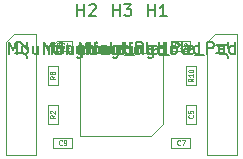
<source format=gbr>
%TF.GenerationSoftware,KiCad,Pcbnew,7.0.2-6a45011f42~172~ubuntu22.04.1*%
%TF.CreationDate,2023-05-29T23:15:52+12:00*%
%TF.ProjectId,THE_BRAWN-20A_LOGIC,5448455f-4252-4415-974e-2d3230415f4c,v2.0*%
%TF.SameCoordinates,Original*%
%TF.FileFunction,AssemblyDrawing,Top*%
%FSLAX46Y46*%
G04 Gerber Fmt 4.6, Leading zero omitted, Abs format (unit mm)*
G04 Created by KiCad (PCBNEW 7.0.2-6a45011f42~172~ubuntu22.04.1) date 2023-05-29 23:15:52*
%MOMM*%
%LPD*%
G01*
G04 APERTURE LIST*
%ADD10C,0.150000*%
%ADD11C,0.060000*%
%ADD12C,0.100000*%
G04 APERTURE END LIST*
D10*
%TO.C,H3*%
X138928571Y-155862619D02*
X138928571Y-154862619D01*
X138928571Y-154862619D02*
X139261904Y-155576904D01*
X139261904Y-155576904D02*
X139595237Y-154862619D01*
X139595237Y-154862619D02*
X139595237Y-155862619D01*
X140214285Y-155862619D02*
X140119047Y-155815000D01*
X140119047Y-155815000D02*
X140071428Y-155767380D01*
X140071428Y-155767380D02*
X140023809Y-155672142D01*
X140023809Y-155672142D02*
X140023809Y-155386428D01*
X140023809Y-155386428D02*
X140071428Y-155291190D01*
X140071428Y-155291190D02*
X140119047Y-155243571D01*
X140119047Y-155243571D02*
X140214285Y-155195952D01*
X140214285Y-155195952D02*
X140357142Y-155195952D01*
X140357142Y-155195952D02*
X140452380Y-155243571D01*
X140452380Y-155243571D02*
X140499999Y-155291190D01*
X140499999Y-155291190D02*
X140547618Y-155386428D01*
X140547618Y-155386428D02*
X140547618Y-155672142D01*
X140547618Y-155672142D02*
X140499999Y-155767380D01*
X140499999Y-155767380D02*
X140452380Y-155815000D01*
X140452380Y-155815000D02*
X140357142Y-155862619D01*
X140357142Y-155862619D02*
X140214285Y-155862619D01*
X141404761Y-155195952D02*
X141404761Y-155862619D01*
X140976190Y-155195952D02*
X140976190Y-155719761D01*
X140976190Y-155719761D02*
X141023809Y-155815000D01*
X141023809Y-155815000D02*
X141119047Y-155862619D01*
X141119047Y-155862619D02*
X141261904Y-155862619D01*
X141261904Y-155862619D02*
X141357142Y-155815000D01*
X141357142Y-155815000D02*
X141404761Y-155767380D01*
X141880952Y-155195952D02*
X141880952Y-155862619D01*
X141880952Y-155291190D02*
X141928571Y-155243571D01*
X141928571Y-155243571D02*
X142023809Y-155195952D01*
X142023809Y-155195952D02*
X142166666Y-155195952D01*
X142166666Y-155195952D02*
X142261904Y-155243571D01*
X142261904Y-155243571D02*
X142309523Y-155338809D01*
X142309523Y-155338809D02*
X142309523Y-155862619D01*
X142642857Y-155195952D02*
X143023809Y-155195952D01*
X142785714Y-154862619D02*
X142785714Y-155719761D01*
X142785714Y-155719761D02*
X142833333Y-155815000D01*
X142833333Y-155815000D02*
X142928571Y-155862619D01*
X142928571Y-155862619D02*
X143023809Y-155862619D01*
X143357143Y-155862619D02*
X143357143Y-155195952D01*
X143357143Y-154862619D02*
X143309524Y-154910238D01*
X143309524Y-154910238D02*
X143357143Y-154957857D01*
X143357143Y-154957857D02*
X143404762Y-154910238D01*
X143404762Y-154910238D02*
X143357143Y-154862619D01*
X143357143Y-154862619D02*
X143357143Y-154957857D01*
X143833333Y-155195952D02*
X143833333Y-155862619D01*
X143833333Y-155291190D02*
X143880952Y-155243571D01*
X143880952Y-155243571D02*
X143976190Y-155195952D01*
X143976190Y-155195952D02*
X144119047Y-155195952D01*
X144119047Y-155195952D02*
X144214285Y-155243571D01*
X144214285Y-155243571D02*
X144261904Y-155338809D01*
X144261904Y-155338809D02*
X144261904Y-155862619D01*
X145166666Y-155195952D02*
X145166666Y-156005476D01*
X145166666Y-156005476D02*
X145119047Y-156100714D01*
X145119047Y-156100714D02*
X145071428Y-156148333D01*
X145071428Y-156148333D02*
X144976190Y-156195952D01*
X144976190Y-156195952D02*
X144833333Y-156195952D01*
X144833333Y-156195952D02*
X144738095Y-156148333D01*
X145166666Y-155815000D02*
X145071428Y-155862619D01*
X145071428Y-155862619D02*
X144880952Y-155862619D01*
X144880952Y-155862619D02*
X144785714Y-155815000D01*
X144785714Y-155815000D02*
X144738095Y-155767380D01*
X144738095Y-155767380D02*
X144690476Y-155672142D01*
X144690476Y-155672142D02*
X144690476Y-155386428D01*
X144690476Y-155386428D02*
X144738095Y-155291190D01*
X144738095Y-155291190D02*
X144785714Y-155243571D01*
X144785714Y-155243571D02*
X144880952Y-155195952D01*
X144880952Y-155195952D02*
X145071428Y-155195952D01*
X145071428Y-155195952D02*
X145166666Y-155243571D01*
X145642857Y-155862619D02*
X145642857Y-154862619D01*
X145642857Y-155338809D02*
X146214285Y-155338809D01*
X146214285Y-155862619D02*
X146214285Y-154862619D01*
X146833333Y-155862619D02*
X146738095Y-155815000D01*
X146738095Y-155815000D02*
X146690476Y-155767380D01*
X146690476Y-155767380D02*
X146642857Y-155672142D01*
X146642857Y-155672142D02*
X146642857Y-155386428D01*
X146642857Y-155386428D02*
X146690476Y-155291190D01*
X146690476Y-155291190D02*
X146738095Y-155243571D01*
X146738095Y-155243571D02*
X146833333Y-155195952D01*
X146833333Y-155195952D02*
X146976190Y-155195952D01*
X146976190Y-155195952D02*
X147071428Y-155243571D01*
X147071428Y-155243571D02*
X147119047Y-155291190D01*
X147119047Y-155291190D02*
X147166666Y-155386428D01*
X147166666Y-155386428D02*
X147166666Y-155672142D01*
X147166666Y-155672142D02*
X147119047Y-155767380D01*
X147119047Y-155767380D02*
X147071428Y-155815000D01*
X147071428Y-155815000D02*
X146976190Y-155862619D01*
X146976190Y-155862619D02*
X146833333Y-155862619D01*
X147738095Y-155862619D02*
X147642857Y-155815000D01*
X147642857Y-155815000D02*
X147595238Y-155719761D01*
X147595238Y-155719761D02*
X147595238Y-154862619D01*
X148500000Y-155815000D02*
X148404762Y-155862619D01*
X148404762Y-155862619D02*
X148214286Y-155862619D01*
X148214286Y-155862619D02*
X148119048Y-155815000D01*
X148119048Y-155815000D02*
X148071429Y-155719761D01*
X148071429Y-155719761D02*
X148071429Y-155338809D01*
X148071429Y-155338809D02*
X148119048Y-155243571D01*
X148119048Y-155243571D02*
X148214286Y-155195952D01*
X148214286Y-155195952D02*
X148404762Y-155195952D01*
X148404762Y-155195952D02*
X148500000Y-155243571D01*
X148500000Y-155243571D02*
X148547619Y-155338809D01*
X148547619Y-155338809D02*
X148547619Y-155434047D01*
X148547619Y-155434047D02*
X148071429Y-155529285D01*
X148738096Y-155957857D02*
X149500000Y-155957857D01*
X149738096Y-155862619D02*
X149738096Y-154862619D01*
X149738096Y-154862619D02*
X150119048Y-154862619D01*
X150119048Y-154862619D02*
X150214286Y-154910238D01*
X150214286Y-154910238D02*
X150261905Y-154957857D01*
X150261905Y-154957857D02*
X150309524Y-155053095D01*
X150309524Y-155053095D02*
X150309524Y-155195952D01*
X150309524Y-155195952D02*
X150261905Y-155291190D01*
X150261905Y-155291190D02*
X150214286Y-155338809D01*
X150214286Y-155338809D02*
X150119048Y-155386428D01*
X150119048Y-155386428D02*
X149738096Y-155386428D01*
X151166667Y-155862619D02*
X151166667Y-155338809D01*
X151166667Y-155338809D02*
X151119048Y-155243571D01*
X151119048Y-155243571D02*
X151023810Y-155195952D01*
X151023810Y-155195952D02*
X150833334Y-155195952D01*
X150833334Y-155195952D02*
X150738096Y-155243571D01*
X151166667Y-155815000D02*
X151071429Y-155862619D01*
X151071429Y-155862619D02*
X150833334Y-155862619D01*
X150833334Y-155862619D02*
X150738096Y-155815000D01*
X150738096Y-155815000D02*
X150690477Y-155719761D01*
X150690477Y-155719761D02*
X150690477Y-155624523D01*
X150690477Y-155624523D02*
X150738096Y-155529285D01*
X150738096Y-155529285D02*
X150833334Y-155481666D01*
X150833334Y-155481666D02*
X151071429Y-155481666D01*
X151071429Y-155481666D02*
X151166667Y-155434047D01*
X152071429Y-155862619D02*
X152071429Y-154862619D01*
X152071429Y-155815000D02*
X151976191Y-155862619D01*
X151976191Y-155862619D02*
X151785715Y-155862619D01*
X151785715Y-155862619D02*
X151690477Y-155815000D01*
X151690477Y-155815000D02*
X151642858Y-155767380D01*
X151642858Y-155767380D02*
X151595239Y-155672142D01*
X151595239Y-155672142D02*
X151595239Y-155386428D01*
X151595239Y-155386428D02*
X151642858Y-155291190D01*
X151642858Y-155291190D02*
X151690477Y-155243571D01*
X151690477Y-155243571D02*
X151785715Y-155195952D01*
X151785715Y-155195952D02*
X151976191Y-155195952D01*
X151976191Y-155195952D02*
X152071429Y-155243571D01*
X144738095Y-152662619D02*
X144738095Y-151662619D01*
X144738095Y-152138809D02*
X145309523Y-152138809D01*
X145309523Y-152662619D02*
X145309523Y-151662619D01*
X145690476Y-151662619D02*
X146309523Y-151662619D01*
X146309523Y-151662619D02*
X145976190Y-152043571D01*
X145976190Y-152043571D02*
X146119047Y-152043571D01*
X146119047Y-152043571D02*
X146214285Y-152091190D01*
X146214285Y-152091190D02*
X146261904Y-152138809D01*
X146261904Y-152138809D02*
X146309523Y-152234047D01*
X146309523Y-152234047D02*
X146309523Y-152472142D01*
X146309523Y-152472142D02*
X146261904Y-152567380D01*
X146261904Y-152567380D02*
X146214285Y-152615000D01*
X146214285Y-152615000D02*
X146119047Y-152662619D01*
X146119047Y-152662619D02*
X145833333Y-152662619D01*
X145833333Y-152662619D02*
X145738095Y-152615000D01*
X145738095Y-152615000D02*
X145690476Y-152567380D01*
%TO.C,H2*%
X135928571Y-155862619D02*
X135928571Y-154862619D01*
X135928571Y-154862619D02*
X136261904Y-155576904D01*
X136261904Y-155576904D02*
X136595237Y-154862619D01*
X136595237Y-154862619D02*
X136595237Y-155862619D01*
X137214285Y-155862619D02*
X137119047Y-155815000D01*
X137119047Y-155815000D02*
X137071428Y-155767380D01*
X137071428Y-155767380D02*
X137023809Y-155672142D01*
X137023809Y-155672142D02*
X137023809Y-155386428D01*
X137023809Y-155386428D02*
X137071428Y-155291190D01*
X137071428Y-155291190D02*
X137119047Y-155243571D01*
X137119047Y-155243571D02*
X137214285Y-155195952D01*
X137214285Y-155195952D02*
X137357142Y-155195952D01*
X137357142Y-155195952D02*
X137452380Y-155243571D01*
X137452380Y-155243571D02*
X137499999Y-155291190D01*
X137499999Y-155291190D02*
X137547618Y-155386428D01*
X137547618Y-155386428D02*
X137547618Y-155672142D01*
X137547618Y-155672142D02*
X137499999Y-155767380D01*
X137499999Y-155767380D02*
X137452380Y-155815000D01*
X137452380Y-155815000D02*
X137357142Y-155862619D01*
X137357142Y-155862619D02*
X137214285Y-155862619D01*
X138404761Y-155195952D02*
X138404761Y-155862619D01*
X137976190Y-155195952D02*
X137976190Y-155719761D01*
X137976190Y-155719761D02*
X138023809Y-155815000D01*
X138023809Y-155815000D02*
X138119047Y-155862619D01*
X138119047Y-155862619D02*
X138261904Y-155862619D01*
X138261904Y-155862619D02*
X138357142Y-155815000D01*
X138357142Y-155815000D02*
X138404761Y-155767380D01*
X138880952Y-155195952D02*
X138880952Y-155862619D01*
X138880952Y-155291190D02*
X138928571Y-155243571D01*
X138928571Y-155243571D02*
X139023809Y-155195952D01*
X139023809Y-155195952D02*
X139166666Y-155195952D01*
X139166666Y-155195952D02*
X139261904Y-155243571D01*
X139261904Y-155243571D02*
X139309523Y-155338809D01*
X139309523Y-155338809D02*
X139309523Y-155862619D01*
X139642857Y-155195952D02*
X140023809Y-155195952D01*
X139785714Y-154862619D02*
X139785714Y-155719761D01*
X139785714Y-155719761D02*
X139833333Y-155815000D01*
X139833333Y-155815000D02*
X139928571Y-155862619D01*
X139928571Y-155862619D02*
X140023809Y-155862619D01*
X140357143Y-155862619D02*
X140357143Y-155195952D01*
X140357143Y-154862619D02*
X140309524Y-154910238D01*
X140309524Y-154910238D02*
X140357143Y-154957857D01*
X140357143Y-154957857D02*
X140404762Y-154910238D01*
X140404762Y-154910238D02*
X140357143Y-154862619D01*
X140357143Y-154862619D02*
X140357143Y-154957857D01*
X140833333Y-155195952D02*
X140833333Y-155862619D01*
X140833333Y-155291190D02*
X140880952Y-155243571D01*
X140880952Y-155243571D02*
X140976190Y-155195952D01*
X140976190Y-155195952D02*
X141119047Y-155195952D01*
X141119047Y-155195952D02*
X141214285Y-155243571D01*
X141214285Y-155243571D02*
X141261904Y-155338809D01*
X141261904Y-155338809D02*
X141261904Y-155862619D01*
X142166666Y-155195952D02*
X142166666Y-156005476D01*
X142166666Y-156005476D02*
X142119047Y-156100714D01*
X142119047Y-156100714D02*
X142071428Y-156148333D01*
X142071428Y-156148333D02*
X141976190Y-156195952D01*
X141976190Y-156195952D02*
X141833333Y-156195952D01*
X141833333Y-156195952D02*
X141738095Y-156148333D01*
X142166666Y-155815000D02*
X142071428Y-155862619D01*
X142071428Y-155862619D02*
X141880952Y-155862619D01*
X141880952Y-155862619D02*
X141785714Y-155815000D01*
X141785714Y-155815000D02*
X141738095Y-155767380D01*
X141738095Y-155767380D02*
X141690476Y-155672142D01*
X141690476Y-155672142D02*
X141690476Y-155386428D01*
X141690476Y-155386428D02*
X141738095Y-155291190D01*
X141738095Y-155291190D02*
X141785714Y-155243571D01*
X141785714Y-155243571D02*
X141880952Y-155195952D01*
X141880952Y-155195952D02*
X142071428Y-155195952D01*
X142071428Y-155195952D02*
X142166666Y-155243571D01*
X142642857Y-155862619D02*
X142642857Y-154862619D01*
X142642857Y-155338809D02*
X143214285Y-155338809D01*
X143214285Y-155862619D02*
X143214285Y-154862619D01*
X143833333Y-155862619D02*
X143738095Y-155815000D01*
X143738095Y-155815000D02*
X143690476Y-155767380D01*
X143690476Y-155767380D02*
X143642857Y-155672142D01*
X143642857Y-155672142D02*
X143642857Y-155386428D01*
X143642857Y-155386428D02*
X143690476Y-155291190D01*
X143690476Y-155291190D02*
X143738095Y-155243571D01*
X143738095Y-155243571D02*
X143833333Y-155195952D01*
X143833333Y-155195952D02*
X143976190Y-155195952D01*
X143976190Y-155195952D02*
X144071428Y-155243571D01*
X144071428Y-155243571D02*
X144119047Y-155291190D01*
X144119047Y-155291190D02*
X144166666Y-155386428D01*
X144166666Y-155386428D02*
X144166666Y-155672142D01*
X144166666Y-155672142D02*
X144119047Y-155767380D01*
X144119047Y-155767380D02*
X144071428Y-155815000D01*
X144071428Y-155815000D02*
X143976190Y-155862619D01*
X143976190Y-155862619D02*
X143833333Y-155862619D01*
X144738095Y-155862619D02*
X144642857Y-155815000D01*
X144642857Y-155815000D02*
X144595238Y-155719761D01*
X144595238Y-155719761D02*
X144595238Y-154862619D01*
X145500000Y-155815000D02*
X145404762Y-155862619D01*
X145404762Y-155862619D02*
X145214286Y-155862619D01*
X145214286Y-155862619D02*
X145119048Y-155815000D01*
X145119048Y-155815000D02*
X145071429Y-155719761D01*
X145071429Y-155719761D02*
X145071429Y-155338809D01*
X145071429Y-155338809D02*
X145119048Y-155243571D01*
X145119048Y-155243571D02*
X145214286Y-155195952D01*
X145214286Y-155195952D02*
X145404762Y-155195952D01*
X145404762Y-155195952D02*
X145500000Y-155243571D01*
X145500000Y-155243571D02*
X145547619Y-155338809D01*
X145547619Y-155338809D02*
X145547619Y-155434047D01*
X145547619Y-155434047D02*
X145071429Y-155529285D01*
X145738096Y-155957857D02*
X146500000Y-155957857D01*
X146738096Y-155862619D02*
X146738096Y-154862619D01*
X146738096Y-154862619D02*
X147119048Y-154862619D01*
X147119048Y-154862619D02*
X147214286Y-154910238D01*
X147214286Y-154910238D02*
X147261905Y-154957857D01*
X147261905Y-154957857D02*
X147309524Y-155053095D01*
X147309524Y-155053095D02*
X147309524Y-155195952D01*
X147309524Y-155195952D02*
X147261905Y-155291190D01*
X147261905Y-155291190D02*
X147214286Y-155338809D01*
X147214286Y-155338809D02*
X147119048Y-155386428D01*
X147119048Y-155386428D02*
X146738096Y-155386428D01*
X148166667Y-155862619D02*
X148166667Y-155338809D01*
X148166667Y-155338809D02*
X148119048Y-155243571D01*
X148119048Y-155243571D02*
X148023810Y-155195952D01*
X148023810Y-155195952D02*
X147833334Y-155195952D01*
X147833334Y-155195952D02*
X147738096Y-155243571D01*
X148166667Y-155815000D02*
X148071429Y-155862619D01*
X148071429Y-155862619D02*
X147833334Y-155862619D01*
X147833334Y-155862619D02*
X147738096Y-155815000D01*
X147738096Y-155815000D02*
X147690477Y-155719761D01*
X147690477Y-155719761D02*
X147690477Y-155624523D01*
X147690477Y-155624523D02*
X147738096Y-155529285D01*
X147738096Y-155529285D02*
X147833334Y-155481666D01*
X147833334Y-155481666D02*
X148071429Y-155481666D01*
X148071429Y-155481666D02*
X148166667Y-155434047D01*
X149071429Y-155862619D02*
X149071429Y-154862619D01*
X149071429Y-155815000D02*
X148976191Y-155862619D01*
X148976191Y-155862619D02*
X148785715Y-155862619D01*
X148785715Y-155862619D02*
X148690477Y-155815000D01*
X148690477Y-155815000D02*
X148642858Y-155767380D01*
X148642858Y-155767380D02*
X148595239Y-155672142D01*
X148595239Y-155672142D02*
X148595239Y-155386428D01*
X148595239Y-155386428D02*
X148642858Y-155291190D01*
X148642858Y-155291190D02*
X148690477Y-155243571D01*
X148690477Y-155243571D02*
X148785715Y-155195952D01*
X148785715Y-155195952D02*
X148976191Y-155195952D01*
X148976191Y-155195952D02*
X149071429Y-155243571D01*
X141738095Y-152662619D02*
X141738095Y-151662619D01*
X141738095Y-152138809D02*
X142309523Y-152138809D01*
X142309523Y-152662619D02*
X142309523Y-151662619D01*
X142738095Y-151757857D02*
X142785714Y-151710238D01*
X142785714Y-151710238D02*
X142880952Y-151662619D01*
X142880952Y-151662619D02*
X143119047Y-151662619D01*
X143119047Y-151662619D02*
X143214285Y-151710238D01*
X143214285Y-151710238D02*
X143261904Y-151757857D01*
X143261904Y-151757857D02*
X143309523Y-151853095D01*
X143309523Y-151853095D02*
X143309523Y-151948333D01*
X143309523Y-151948333D02*
X143261904Y-152091190D01*
X143261904Y-152091190D02*
X142690476Y-152662619D01*
X142690476Y-152662619D02*
X143309523Y-152662619D01*
D11*
%TO.C,R2*%
X139835047Y-161066666D02*
X139644571Y-161199999D01*
X139835047Y-161295237D02*
X139435047Y-161295237D01*
X139435047Y-161295237D02*
X139435047Y-161142856D01*
X139435047Y-161142856D02*
X139454095Y-161104761D01*
X139454095Y-161104761D02*
X139473142Y-161085714D01*
X139473142Y-161085714D02*
X139511238Y-161066666D01*
X139511238Y-161066666D02*
X139568380Y-161066666D01*
X139568380Y-161066666D02*
X139606476Y-161085714D01*
X139606476Y-161085714D02*
X139625523Y-161104761D01*
X139625523Y-161104761D02*
X139644571Y-161142856D01*
X139644571Y-161142856D02*
X139644571Y-161295237D01*
X139473142Y-160914285D02*
X139454095Y-160895237D01*
X139454095Y-160895237D02*
X139435047Y-160857142D01*
X139435047Y-160857142D02*
X139435047Y-160761904D01*
X139435047Y-160761904D02*
X139454095Y-160723809D01*
X139454095Y-160723809D02*
X139473142Y-160704761D01*
X139473142Y-160704761D02*
X139511238Y-160685714D01*
X139511238Y-160685714D02*
X139549333Y-160685714D01*
X139549333Y-160685714D02*
X139606476Y-160704761D01*
X139606476Y-160704761D02*
X139835047Y-160933333D01*
X139835047Y-160933333D02*
X139835047Y-160685714D01*
D10*
%TO.C,J2*%
X136462619Y-155833333D02*
X137176904Y-155833333D01*
X137176904Y-155833333D02*
X137319761Y-155880952D01*
X137319761Y-155880952D02*
X137415000Y-155976190D01*
X137415000Y-155976190D02*
X137462619Y-156119047D01*
X137462619Y-156119047D02*
X137462619Y-156214285D01*
X136557857Y-155404761D02*
X136510238Y-155357142D01*
X136510238Y-155357142D02*
X136462619Y-155261904D01*
X136462619Y-155261904D02*
X136462619Y-155023809D01*
X136462619Y-155023809D02*
X136510238Y-154928571D01*
X136510238Y-154928571D02*
X136557857Y-154880952D01*
X136557857Y-154880952D02*
X136653095Y-154833333D01*
X136653095Y-154833333D02*
X136748333Y-154833333D01*
X136748333Y-154833333D02*
X136891190Y-154880952D01*
X136891190Y-154880952D02*
X137462619Y-155452380D01*
X137462619Y-155452380D02*
X137462619Y-154833333D01*
D11*
%TO.C,R10*%
X151535047Y-157957142D02*
X151344571Y-158090475D01*
X151535047Y-158185713D02*
X151135047Y-158185713D01*
X151135047Y-158185713D02*
X151135047Y-158033332D01*
X151135047Y-158033332D02*
X151154095Y-157995237D01*
X151154095Y-157995237D02*
X151173142Y-157976190D01*
X151173142Y-157976190D02*
X151211238Y-157957142D01*
X151211238Y-157957142D02*
X151268380Y-157957142D01*
X151268380Y-157957142D02*
X151306476Y-157976190D01*
X151306476Y-157976190D02*
X151325523Y-157995237D01*
X151325523Y-157995237D02*
X151344571Y-158033332D01*
X151344571Y-158033332D02*
X151344571Y-158185713D01*
X151535047Y-157576190D02*
X151535047Y-157804761D01*
X151535047Y-157690475D02*
X151135047Y-157690475D01*
X151135047Y-157690475D02*
X151192190Y-157728571D01*
X151192190Y-157728571D02*
X151230285Y-157766666D01*
X151230285Y-157766666D02*
X151249333Y-157804761D01*
X151135047Y-157328571D02*
X151135047Y-157290476D01*
X151135047Y-157290476D02*
X151154095Y-157252380D01*
X151154095Y-157252380D02*
X151173142Y-157233333D01*
X151173142Y-157233333D02*
X151211238Y-157214285D01*
X151211238Y-157214285D02*
X151287428Y-157195238D01*
X151287428Y-157195238D02*
X151382666Y-157195238D01*
X151382666Y-157195238D02*
X151458857Y-157214285D01*
X151458857Y-157214285D02*
X151496952Y-157233333D01*
X151496952Y-157233333D02*
X151516000Y-157252380D01*
X151516000Y-157252380D02*
X151535047Y-157290476D01*
X151535047Y-157290476D02*
X151535047Y-157328571D01*
X151535047Y-157328571D02*
X151516000Y-157366666D01*
X151516000Y-157366666D02*
X151496952Y-157385714D01*
X151496952Y-157385714D02*
X151458857Y-157404761D01*
X151458857Y-157404761D02*
X151382666Y-157423809D01*
X151382666Y-157423809D02*
X151287428Y-157423809D01*
X151287428Y-157423809D02*
X151211238Y-157404761D01*
X151211238Y-157404761D02*
X151173142Y-157385714D01*
X151173142Y-157385714D02*
X151154095Y-157366666D01*
X151154095Y-157366666D02*
X151135047Y-157328571D01*
%TO.C,R8*%
X139835047Y-157766666D02*
X139644571Y-157899999D01*
X139835047Y-157995237D02*
X139435047Y-157995237D01*
X139435047Y-157995237D02*
X139435047Y-157842856D01*
X139435047Y-157842856D02*
X139454095Y-157804761D01*
X139454095Y-157804761D02*
X139473142Y-157785714D01*
X139473142Y-157785714D02*
X139511238Y-157766666D01*
X139511238Y-157766666D02*
X139568380Y-157766666D01*
X139568380Y-157766666D02*
X139606476Y-157785714D01*
X139606476Y-157785714D02*
X139625523Y-157804761D01*
X139625523Y-157804761D02*
X139644571Y-157842856D01*
X139644571Y-157842856D02*
X139644571Y-157995237D01*
X139606476Y-157538095D02*
X139587428Y-157576190D01*
X139587428Y-157576190D02*
X139568380Y-157595237D01*
X139568380Y-157595237D02*
X139530285Y-157614285D01*
X139530285Y-157614285D02*
X139511238Y-157614285D01*
X139511238Y-157614285D02*
X139473142Y-157595237D01*
X139473142Y-157595237D02*
X139454095Y-157576190D01*
X139454095Y-157576190D02*
X139435047Y-157538095D01*
X139435047Y-157538095D02*
X139435047Y-157461904D01*
X139435047Y-157461904D02*
X139454095Y-157423809D01*
X139454095Y-157423809D02*
X139473142Y-157404761D01*
X139473142Y-157404761D02*
X139511238Y-157385714D01*
X139511238Y-157385714D02*
X139530285Y-157385714D01*
X139530285Y-157385714D02*
X139568380Y-157404761D01*
X139568380Y-157404761D02*
X139587428Y-157423809D01*
X139587428Y-157423809D02*
X139606476Y-157461904D01*
X139606476Y-157461904D02*
X139606476Y-157538095D01*
X139606476Y-157538095D02*
X139625523Y-157576190D01*
X139625523Y-157576190D02*
X139644571Y-157595237D01*
X139644571Y-157595237D02*
X139682666Y-157614285D01*
X139682666Y-157614285D02*
X139758857Y-157614285D01*
X139758857Y-157614285D02*
X139796952Y-157595237D01*
X139796952Y-157595237D02*
X139816000Y-157576190D01*
X139816000Y-157576190D02*
X139835047Y-157538095D01*
X139835047Y-157538095D02*
X139835047Y-157461904D01*
X139835047Y-157461904D02*
X139816000Y-157423809D01*
X139816000Y-157423809D02*
X139796952Y-157404761D01*
X139796952Y-157404761D02*
X139758857Y-157385714D01*
X139758857Y-157385714D02*
X139682666Y-157385714D01*
X139682666Y-157385714D02*
X139644571Y-157404761D01*
X139644571Y-157404761D02*
X139625523Y-157423809D01*
X139625523Y-157423809D02*
X139606476Y-157461904D01*
%TO.C,C5*%
X151496952Y-161066666D02*
X151516000Y-161085714D01*
X151516000Y-161085714D02*
X151535047Y-161142856D01*
X151535047Y-161142856D02*
X151535047Y-161180952D01*
X151535047Y-161180952D02*
X151516000Y-161238095D01*
X151516000Y-161238095D02*
X151477904Y-161276190D01*
X151477904Y-161276190D02*
X151439809Y-161295237D01*
X151439809Y-161295237D02*
X151363619Y-161314285D01*
X151363619Y-161314285D02*
X151306476Y-161314285D01*
X151306476Y-161314285D02*
X151230285Y-161295237D01*
X151230285Y-161295237D02*
X151192190Y-161276190D01*
X151192190Y-161276190D02*
X151154095Y-161238095D01*
X151154095Y-161238095D02*
X151135047Y-161180952D01*
X151135047Y-161180952D02*
X151135047Y-161142856D01*
X151135047Y-161142856D02*
X151154095Y-161085714D01*
X151154095Y-161085714D02*
X151173142Y-161066666D01*
X151135047Y-160704761D02*
X151135047Y-160895237D01*
X151135047Y-160895237D02*
X151325523Y-160914285D01*
X151325523Y-160914285D02*
X151306476Y-160895237D01*
X151306476Y-160895237D02*
X151287428Y-160857142D01*
X151287428Y-160857142D02*
X151287428Y-160761904D01*
X151287428Y-160761904D02*
X151306476Y-160723809D01*
X151306476Y-160723809D02*
X151325523Y-160704761D01*
X151325523Y-160704761D02*
X151363619Y-160685714D01*
X151363619Y-160685714D02*
X151458857Y-160685714D01*
X151458857Y-160685714D02*
X151496952Y-160704761D01*
X151496952Y-160704761D02*
X151516000Y-160723809D01*
X151516000Y-160723809D02*
X151535047Y-160761904D01*
X151535047Y-160761904D02*
X151535047Y-160857142D01*
X151535047Y-160857142D02*
X151516000Y-160895237D01*
X151516000Y-160895237D02*
X151496952Y-160914285D01*
%TO.C,C9*%
X140433333Y-163546952D02*
X140414285Y-163566000D01*
X140414285Y-163566000D02*
X140357143Y-163585047D01*
X140357143Y-163585047D02*
X140319047Y-163585047D01*
X140319047Y-163585047D02*
X140261904Y-163566000D01*
X140261904Y-163566000D02*
X140223809Y-163527904D01*
X140223809Y-163527904D02*
X140204762Y-163489809D01*
X140204762Y-163489809D02*
X140185714Y-163413619D01*
X140185714Y-163413619D02*
X140185714Y-163356476D01*
X140185714Y-163356476D02*
X140204762Y-163280285D01*
X140204762Y-163280285D02*
X140223809Y-163242190D01*
X140223809Y-163242190D02*
X140261904Y-163204095D01*
X140261904Y-163204095D02*
X140319047Y-163185047D01*
X140319047Y-163185047D02*
X140357143Y-163185047D01*
X140357143Y-163185047D02*
X140414285Y-163204095D01*
X140414285Y-163204095D02*
X140433333Y-163223142D01*
X140623809Y-163585047D02*
X140700000Y-163585047D01*
X140700000Y-163585047D02*
X140738095Y-163566000D01*
X140738095Y-163566000D02*
X140757143Y-163546952D01*
X140757143Y-163546952D02*
X140795238Y-163489809D01*
X140795238Y-163489809D02*
X140814285Y-163413619D01*
X140814285Y-163413619D02*
X140814285Y-163261238D01*
X140814285Y-163261238D02*
X140795238Y-163223142D01*
X140795238Y-163223142D02*
X140776190Y-163204095D01*
X140776190Y-163204095D02*
X140738095Y-163185047D01*
X140738095Y-163185047D02*
X140661904Y-163185047D01*
X140661904Y-163185047D02*
X140623809Y-163204095D01*
X140623809Y-163204095D02*
X140604762Y-163223142D01*
X140604762Y-163223142D02*
X140585714Y-163261238D01*
X140585714Y-163261238D02*
X140585714Y-163356476D01*
X140585714Y-163356476D02*
X140604762Y-163394571D01*
X140604762Y-163394571D02*
X140623809Y-163413619D01*
X140623809Y-163413619D02*
X140661904Y-163432666D01*
X140661904Y-163432666D02*
X140738095Y-163432666D01*
X140738095Y-163432666D02*
X140776190Y-163413619D01*
X140776190Y-163413619D02*
X140795238Y-163394571D01*
X140795238Y-163394571D02*
X140814285Y-163356476D01*
D10*
%TO.C,H1*%
X141928571Y-155862619D02*
X141928571Y-154862619D01*
X141928571Y-154862619D02*
X142261904Y-155576904D01*
X142261904Y-155576904D02*
X142595237Y-154862619D01*
X142595237Y-154862619D02*
X142595237Y-155862619D01*
X143214285Y-155862619D02*
X143119047Y-155815000D01*
X143119047Y-155815000D02*
X143071428Y-155767380D01*
X143071428Y-155767380D02*
X143023809Y-155672142D01*
X143023809Y-155672142D02*
X143023809Y-155386428D01*
X143023809Y-155386428D02*
X143071428Y-155291190D01*
X143071428Y-155291190D02*
X143119047Y-155243571D01*
X143119047Y-155243571D02*
X143214285Y-155195952D01*
X143214285Y-155195952D02*
X143357142Y-155195952D01*
X143357142Y-155195952D02*
X143452380Y-155243571D01*
X143452380Y-155243571D02*
X143499999Y-155291190D01*
X143499999Y-155291190D02*
X143547618Y-155386428D01*
X143547618Y-155386428D02*
X143547618Y-155672142D01*
X143547618Y-155672142D02*
X143499999Y-155767380D01*
X143499999Y-155767380D02*
X143452380Y-155815000D01*
X143452380Y-155815000D02*
X143357142Y-155862619D01*
X143357142Y-155862619D02*
X143214285Y-155862619D01*
X144404761Y-155195952D02*
X144404761Y-155862619D01*
X143976190Y-155195952D02*
X143976190Y-155719761D01*
X143976190Y-155719761D02*
X144023809Y-155815000D01*
X144023809Y-155815000D02*
X144119047Y-155862619D01*
X144119047Y-155862619D02*
X144261904Y-155862619D01*
X144261904Y-155862619D02*
X144357142Y-155815000D01*
X144357142Y-155815000D02*
X144404761Y-155767380D01*
X144880952Y-155195952D02*
X144880952Y-155862619D01*
X144880952Y-155291190D02*
X144928571Y-155243571D01*
X144928571Y-155243571D02*
X145023809Y-155195952D01*
X145023809Y-155195952D02*
X145166666Y-155195952D01*
X145166666Y-155195952D02*
X145261904Y-155243571D01*
X145261904Y-155243571D02*
X145309523Y-155338809D01*
X145309523Y-155338809D02*
X145309523Y-155862619D01*
X145642857Y-155195952D02*
X146023809Y-155195952D01*
X145785714Y-154862619D02*
X145785714Y-155719761D01*
X145785714Y-155719761D02*
X145833333Y-155815000D01*
X145833333Y-155815000D02*
X145928571Y-155862619D01*
X145928571Y-155862619D02*
X146023809Y-155862619D01*
X146357143Y-155862619D02*
X146357143Y-155195952D01*
X146357143Y-154862619D02*
X146309524Y-154910238D01*
X146309524Y-154910238D02*
X146357143Y-154957857D01*
X146357143Y-154957857D02*
X146404762Y-154910238D01*
X146404762Y-154910238D02*
X146357143Y-154862619D01*
X146357143Y-154862619D02*
X146357143Y-154957857D01*
X146833333Y-155195952D02*
X146833333Y-155862619D01*
X146833333Y-155291190D02*
X146880952Y-155243571D01*
X146880952Y-155243571D02*
X146976190Y-155195952D01*
X146976190Y-155195952D02*
X147119047Y-155195952D01*
X147119047Y-155195952D02*
X147214285Y-155243571D01*
X147214285Y-155243571D02*
X147261904Y-155338809D01*
X147261904Y-155338809D02*
X147261904Y-155862619D01*
X148166666Y-155195952D02*
X148166666Y-156005476D01*
X148166666Y-156005476D02*
X148119047Y-156100714D01*
X148119047Y-156100714D02*
X148071428Y-156148333D01*
X148071428Y-156148333D02*
X147976190Y-156195952D01*
X147976190Y-156195952D02*
X147833333Y-156195952D01*
X147833333Y-156195952D02*
X147738095Y-156148333D01*
X148166666Y-155815000D02*
X148071428Y-155862619D01*
X148071428Y-155862619D02*
X147880952Y-155862619D01*
X147880952Y-155862619D02*
X147785714Y-155815000D01*
X147785714Y-155815000D02*
X147738095Y-155767380D01*
X147738095Y-155767380D02*
X147690476Y-155672142D01*
X147690476Y-155672142D02*
X147690476Y-155386428D01*
X147690476Y-155386428D02*
X147738095Y-155291190D01*
X147738095Y-155291190D02*
X147785714Y-155243571D01*
X147785714Y-155243571D02*
X147880952Y-155195952D01*
X147880952Y-155195952D02*
X148071428Y-155195952D01*
X148071428Y-155195952D02*
X148166666Y-155243571D01*
X148642857Y-155862619D02*
X148642857Y-154862619D01*
X148642857Y-155338809D02*
X149214285Y-155338809D01*
X149214285Y-155862619D02*
X149214285Y-154862619D01*
X149833333Y-155862619D02*
X149738095Y-155815000D01*
X149738095Y-155815000D02*
X149690476Y-155767380D01*
X149690476Y-155767380D02*
X149642857Y-155672142D01*
X149642857Y-155672142D02*
X149642857Y-155386428D01*
X149642857Y-155386428D02*
X149690476Y-155291190D01*
X149690476Y-155291190D02*
X149738095Y-155243571D01*
X149738095Y-155243571D02*
X149833333Y-155195952D01*
X149833333Y-155195952D02*
X149976190Y-155195952D01*
X149976190Y-155195952D02*
X150071428Y-155243571D01*
X150071428Y-155243571D02*
X150119047Y-155291190D01*
X150119047Y-155291190D02*
X150166666Y-155386428D01*
X150166666Y-155386428D02*
X150166666Y-155672142D01*
X150166666Y-155672142D02*
X150119047Y-155767380D01*
X150119047Y-155767380D02*
X150071428Y-155815000D01*
X150071428Y-155815000D02*
X149976190Y-155862619D01*
X149976190Y-155862619D02*
X149833333Y-155862619D01*
X150738095Y-155862619D02*
X150642857Y-155815000D01*
X150642857Y-155815000D02*
X150595238Y-155719761D01*
X150595238Y-155719761D02*
X150595238Y-154862619D01*
X151500000Y-155815000D02*
X151404762Y-155862619D01*
X151404762Y-155862619D02*
X151214286Y-155862619D01*
X151214286Y-155862619D02*
X151119048Y-155815000D01*
X151119048Y-155815000D02*
X151071429Y-155719761D01*
X151071429Y-155719761D02*
X151071429Y-155338809D01*
X151071429Y-155338809D02*
X151119048Y-155243571D01*
X151119048Y-155243571D02*
X151214286Y-155195952D01*
X151214286Y-155195952D02*
X151404762Y-155195952D01*
X151404762Y-155195952D02*
X151500000Y-155243571D01*
X151500000Y-155243571D02*
X151547619Y-155338809D01*
X151547619Y-155338809D02*
X151547619Y-155434047D01*
X151547619Y-155434047D02*
X151071429Y-155529285D01*
X151738096Y-155957857D02*
X152500000Y-155957857D01*
X152738096Y-155862619D02*
X152738096Y-154862619D01*
X152738096Y-154862619D02*
X153119048Y-154862619D01*
X153119048Y-154862619D02*
X153214286Y-154910238D01*
X153214286Y-154910238D02*
X153261905Y-154957857D01*
X153261905Y-154957857D02*
X153309524Y-155053095D01*
X153309524Y-155053095D02*
X153309524Y-155195952D01*
X153309524Y-155195952D02*
X153261905Y-155291190D01*
X153261905Y-155291190D02*
X153214286Y-155338809D01*
X153214286Y-155338809D02*
X153119048Y-155386428D01*
X153119048Y-155386428D02*
X152738096Y-155386428D01*
X154166667Y-155862619D02*
X154166667Y-155338809D01*
X154166667Y-155338809D02*
X154119048Y-155243571D01*
X154119048Y-155243571D02*
X154023810Y-155195952D01*
X154023810Y-155195952D02*
X153833334Y-155195952D01*
X153833334Y-155195952D02*
X153738096Y-155243571D01*
X154166667Y-155815000D02*
X154071429Y-155862619D01*
X154071429Y-155862619D02*
X153833334Y-155862619D01*
X153833334Y-155862619D02*
X153738096Y-155815000D01*
X153738096Y-155815000D02*
X153690477Y-155719761D01*
X153690477Y-155719761D02*
X153690477Y-155624523D01*
X153690477Y-155624523D02*
X153738096Y-155529285D01*
X153738096Y-155529285D02*
X153833334Y-155481666D01*
X153833334Y-155481666D02*
X154071429Y-155481666D01*
X154071429Y-155481666D02*
X154166667Y-155434047D01*
X155071429Y-155862619D02*
X155071429Y-154862619D01*
X155071429Y-155815000D02*
X154976191Y-155862619D01*
X154976191Y-155862619D02*
X154785715Y-155862619D01*
X154785715Y-155862619D02*
X154690477Y-155815000D01*
X154690477Y-155815000D02*
X154642858Y-155767380D01*
X154642858Y-155767380D02*
X154595239Y-155672142D01*
X154595239Y-155672142D02*
X154595239Y-155386428D01*
X154595239Y-155386428D02*
X154642858Y-155291190D01*
X154642858Y-155291190D02*
X154690477Y-155243571D01*
X154690477Y-155243571D02*
X154785715Y-155195952D01*
X154785715Y-155195952D02*
X154976191Y-155195952D01*
X154976191Y-155195952D02*
X155071429Y-155243571D01*
X147738095Y-152662619D02*
X147738095Y-151662619D01*
X147738095Y-152138809D02*
X148309523Y-152138809D01*
X148309523Y-152662619D02*
X148309523Y-151662619D01*
X149309523Y-152662619D02*
X148738095Y-152662619D01*
X149023809Y-152662619D02*
X149023809Y-151662619D01*
X149023809Y-151662619D02*
X148928571Y-151805476D01*
X148928571Y-151805476D02*
X148833333Y-151900714D01*
X148833333Y-151900714D02*
X148738095Y-151948333D01*
D11*
%TO.C,C7*%
X150433333Y-163546952D02*
X150414285Y-163566000D01*
X150414285Y-163566000D02*
X150357143Y-163585047D01*
X150357143Y-163585047D02*
X150319047Y-163585047D01*
X150319047Y-163585047D02*
X150261904Y-163566000D01*
X150261904Y-163566000D02*
X150223809Y-163527904D01*
X150223809Y-163527904D02*
X150204762Y-163489809D01*
X150204762Y-163489809D02*
X150185714Y-163413619D01*
X150185714Y-163413619D02*
X150185714Y-163356476D01*
X150185714Y-163356476D02*
X150204762Y-163280285D01*
X150204762Y-163280285D02*
X150223809Y-163242190D01*
X150223809Y-163242190D02*
X150261904Y-163204095D01*
X150261904Y-163204095D02*
X150319047Y-163185047D01*
X150319047Y-163185047D02*
X150357143Y-163185047D01*
X150357143Y-163185047D02*
X150414285Y-163204095D01*
X150414285Y-163204095D02*
X150433333Y-163223142D01*
X150566666Y-163185047D02*
X150833333Y-163185047D01*
X150833333Y-163185047D02*
X150661904Y-163585047D01*
%TO.C,DS2*%
X150014286Y-155385047D02*
X150014286Y-154985047D01*
X150014286Y-154985047D02*
X150109524Y-154985047D01*
X150109524Y-154985047D02*
X150166667Y-155004095D01*
X150166667Y-155004095D02*
X150204762Y-155042190D01*
X150204762Y-155042190D02*
X150223809Y-155080285D01*
X150223809Y-155080285D02*
X150242857Y-155156476D01*
X150242857Y-155156476D02*
X150242857Y-155213619D01*
X150242857Y-155213619D02*
X150223809Y-155289809D01*
X150223809Y-155289809D02*
X150204762Y-155327904D01*
X150204762Y-155327904D02*
X150166667Y-155366000D01*
X150166667Y-155366000D02*
X150109524Y-155385047D01*
X150109524Y-155385047D02*
X150014286Y-155385047D01*
X150395238Y-155366000D02*
X150452381Y-155385047D01*
X150452381Y-155385047D02*
X150547619Y-155385047D01*
X150547619Y-155385047D02*
X150585714Y-155366000D01*
X150585714Y-155366000D02*
X150604762Y-155346952D01*
X150604762Y-155346952D02*
X150623809Y-155308857D01*
X150623809Y-155308857D02*
X150623809Y-155270761D01*
X150623809Y-155270761D02*
X150604762Y-155232666D01*
X150604762Y-155232666D02*
X150585714Y-155213619D01*
X150585714Y-155213619D02*
X150547619Y-155194571D01*
X150547619Y-155194571D02*
X150471428Y-155175523D01*
X150471428Y-155175523D02*
X150433333Y-155156476D01*
X150433333Y-155156476D02*
X150414286Y-155137428D01*
X150414286Y-155137428D02*
X150395238Y-155099333D01*
X150395238Y-155099333D02*
X150395238Y-155061238D01*
X150395238Y-155061238D02*
X150414286Y-155023142D01*
X150414286Y-155023142D02*
X150433333Y-155004095D01*
X150433333Y-155004095D02*
X150471428Y-154985047D01*
X150471428Y-154985047D02*
X150566667Y-154985047D01*
X150566667Y-154985047D02*
X150623809Y-155004095D01*
X150776190Y-155023142D02*
X150795238Y-155004095D01*
X150795238Y-155004095D02*
X150833333Y-154985047D01*
X150833333Y-154985047D02*
X150928571Y-154985047D01*
X150928571Y-154985047D02*
X150966666Y-155004095D01*
X150966666Y-155004095D02*
X150985714Y-155023142D01*
X150985714Y-155023142D02*
X151004761Y-155061238D01*
X151004761Y-155061238D02*
X151004761Y-155099333D01*
X151004761Y-155099333D02*
X150985714Y-155156476D01*
X150985714Y-155156476D02*
X150757142Y-155385047D01*
X150757142Y-155385047D02*
X151004761Y-155385047D01*
D10*
%TO.C,J1*%
X153462619Y-155833333D02*
X154176904Y-155833333D01*
X154176904Y-155833333D02*
X154319761Y-155880952D01*
X154319761Y-155880952D02*
X154415000Y-155976190D01*
X154415000Y-155976190D02*
X154462619Y-156119047D01*
X154462619Y-156119047D02*
X154462619Y-156214285D01*
X154462619Y-154833333D02*
X154462619Y-155404761D01*
X154462619Y-155119047D02*
X153462619Y-155119047D01*
X153462619Y-155119047D02*
X153605476Y-155214285D01*
X153605476Y-155214285D02*
X153700714Y-155309523D01*
X153700714Y-155309523D02*
X153748333Y-155404761D01*
D11*
%TO.C,DS1*%
X140014286Y-155385047D02*
X140014286Y-154985047D01*
X140014286Y-154985047D02*
X140109524Y-154985047D01*
X140109524Y-154985047D02*
X140166667Y-155004095D01*
X140166667Y-155004095D02*
X140204762Y-155042190D01*
X140204762Y-155042190D02*
X140223809Y-155080285D01*
X140223809Y-155080285D02*
X140242857Y-155156476D01*
X140242857Y-155156476D02*
X140242857Y-155213619D01*
X140242857Y-155213619D02*
X140223809Y-155289809D01*
X140223809Y-155289809D02*
X140204762Y-155327904D01*
X140204762Y-155327904D02*
X140166667Y-155366000D01*
X140166667Y-155366000D02*
X140109524Y-155385047D01*
X140109524Y-155385047D02*
X140014286Y-155385047D01*
X140395238Y-155366000D02*
X140452381Y-155385047D01*
X140452381Y-155385047D02*
X140547619Y-155385047D01*
X140547619Y-155385047D02*
X140585714Y-155366000D01*
X140585714Y-155366000D02*
X140604762Y-155346952D01*
X140604762Y-155346952D02*
X140623809Y-155308857D01*
X140623809Y-155308857D02*
X140623809Y-155270761D01*
X140623809Y-155270761D02*
X140604762Y-155232666D01*
X140604762Y-155232666D02*
X140585714Y-155213619D01*
X140585714Y-155213619D02*
X140547619Y-155194571D01*
X140547619Y-155194571D02*
X140471428Y-155175523D01*
X140471428Y-155175523D02*
X140433333Y-155156476D01*
X140433333Y-155156476D02*
X140414286Y-155137428D01*
X140414286Y-155137428D02*
X140395238Y-155099333D01*
X140395238Y-155099333D02*
X140395238Y-155061238D01*
X140395238Y-155061238D02*
X140414286Y-155023142D01*
X140414286Y-155023142D02*
X140433333Y-155004095D01*
X140433333Y-155004095D02*
X140471428Y-154985047D01*
X140471428Y-154985047D02*
X140566667Y-154985047D01*
X140566667Y-154985047D02*
X140623809Y-155004095D01*
X141004761Y-155385047D02*
X140776190Y-155385047D01*
X140890476Y-155385047D02*
X140890476Y-154985047D01*
X140890476Y-154985047D02*
X140852380Y-155042190D01*
X140852380Y-155042190D02*
X140814285Y-155080285D01*
X140814285Y-155080285D02*
X140776190Y-155099333D01*
D12*
%TO.C,R2*%
X139237500Y-161800000D02*
X139237500Y-160200000D01*
X140062500Y-161800000D02*
X139237500Y-161800000D01*
X139237500Y-160200000D02*
X140062500Y-160200000D01*
X140062500Y-160200000D02*
X140062500Y-161800000D01*
%TO.C,J2*%
X135730000Y-154865000D02*
X136365000Y-154230000D01*
X135730000Y-164400000D02*
X135730000Y-154865000D01*
X136365000Y-154230000D02*
X138270000Y-154230000D01*
X138270000Y-154230000D02*
X138270000Y-164400000D01*
X138270000Y-164400000D02*
X135730000Y-164400000D01*
%TO.C,R10*%
X151762500Y-156900000D02*
X151762500Y-158500000D01*
X150937500Y-156900000D02*
X151762500Y-156900000D01*
X151762500Y-158500000D02*
X150937500Y-158500000D01*
X150937500Y-158500000D02*
X150937500Y-156900000D01*
%TO.C,R8*%
X140062500Y-156900000D02*
X140062500Y-158500000D01*
X139237500Y-156900000D02*
X140062500Y-156900000D01*
X140062500Y-158500000D02*
X139237500Y-158500000D01*
X139237500Y-158500000D02*
X139237500Y-156900000D01*
%TO.C,C5*%
X151750000Y-160200000D02*
X151750000Y-161800000D01*
X150950000Y-160200000D02*
X151750000Y-160200000D01*
X151750000Y-161800000D02*
X150950000Y-161800000D01*
X150950000Y-161800000D02*
X150950000Y-160200000D01*
%TO.C,C9*%
X141300000Y-163800000D02*
X139700000Y-163800000D01*
X141300000Y-163000000D02*
X141300000Y-163800000D01*
X139700000Y-163800000D02*
X139700000Y-163000000D01*
X139700000Y-163000000D02*
X141300000Y-163000000D01*
%TO.C,U1*%
X149000000Y-161800000D02*
X149000000Y-155800000D01*
X149000000Y-155800000D02*
X142000000Y-155800000D01*
X148000000Y-162800000D02*
X149000000Y-161800000D01*
X142000000Y-162800000D02*
X148000000Y-162800000D01*
X142000000Y-155800000D02*
X142000000Y-162800000D01*
%TO.C,C7*%
X149700000Y-163000000D02*
X151300000Y-163000000D01*
X149700000Y-163800000D02*
X149700000Y-163000000D01*
X151300000Y-163000000D02*
X151300000Y-163800000D01*
X151300000Y-163800000D02*
X149700000Y-163800000D01*
%TO.C,DS2*%
X151300000Y-155300000D02*
X151300000Y-154800000D01*
X151300000Y-154800000D02*
X149700000Y-154800000D01*
X151000000Y-155600000D02*
X151300000Y-155300000D01*
X149700000Y-155600000D02*
X151000000Y-155600000D01*
X149700000Y-154800000D02*
X149700000Y-155600000D01*
%TO.C,J1*%
X152730000Y-154865000D02*
X153365000Y-154230000D01*
X152730000Y-164400000D02*
X152730000Y-154865000D01*
X153365000Y-154230000D02*
X155270000Y-154230000D01*
X155270000Y-154230000D02*
X155270000Y-164400000D01*
X155270000Y-164400000D02*
X152730000Y-164400000D01*
%TO.C,DS1*%
X139700000Y-155100000D02*
X139700000Y-155600000D01*
X139700000Y-155600000D02*
X141300000Y-155600000D01*
X140000000Y-154800000D02*
X139700000Y-155100000D01*
X141300000Y-154800000D02*
X140000000Y-154800000D01*
X141300000Y-155600000D02*
X141300000Y-154800000D01*
%TD*%
M02*

</source>
